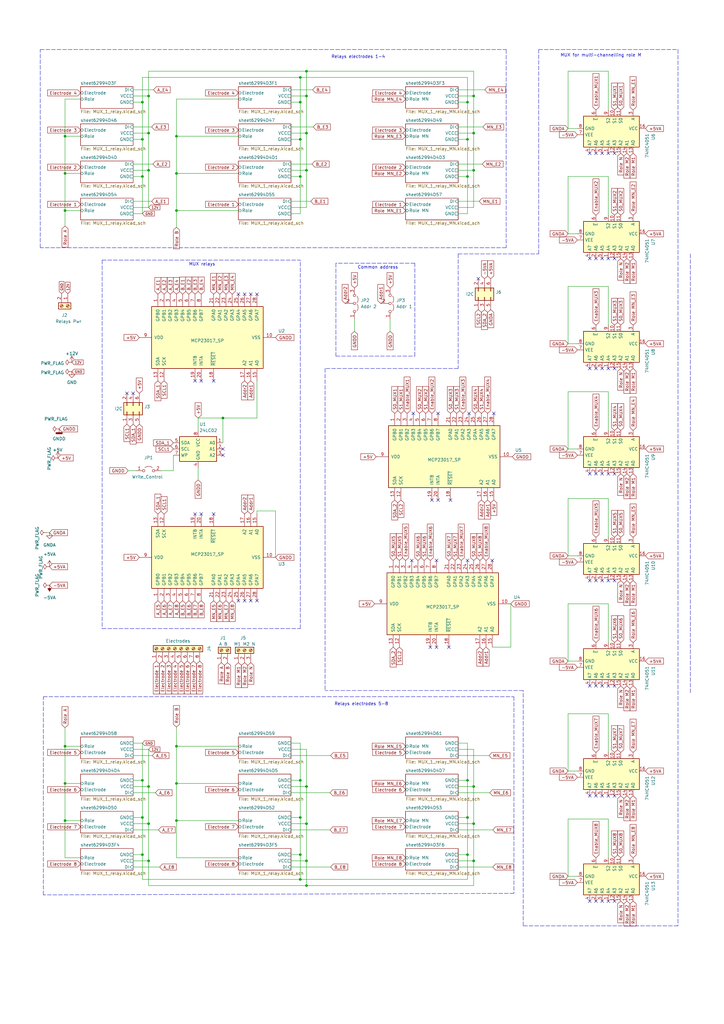
<source format=kicad_sch>
(kicad_sch (version 20211123) (generator eeschema)
  (paper "A3" portrait)
  (title_block (title "MUX board V3.00") (date "2022-10-05") (rev "01"))
  (junction (at 125.73 337.82))
  (junction (at 191.77 57.15))
  (junction (at 123.19 350.52))
  (junction (at 125.73 69.85))
  (junction (at 194.31 54.61))
  (junction (at 123.19 57.15))
  (junction (at 125.73 29.21))
  (junction (at 125.73 363.22))
  (junction (at 58.42 41.91))
  (junction (at 72.39 336.55))
  (junction (at 60.96 39.37))
  (junction (at 58.42 350.52))
  (junction (at 123.19 41.91))
  (junction (at 91.44 171.45))
  (junction (at 123.19 31.75))
  (junction (at 60.96 353.06))
  (junction (at 26.67 71.12))
  (junction (at 191.77 41.91))
  (junction (at 191.77 350.52))
  (junction (at 191.77 72.39))
  (junction (at 191.77 320.04))
  (junction (at 26.67 321.31))
  (junction (at 58.42 57.15))
  (junction (at 26.67 306.07))
  (junction (at 60.96 69.85))
  (junction (at 60.96 337.82))
  (junction (at 125.73 322.58))
  (junction (at 72.39 71.12))
  (junction (at 26.67 55.88))
  (junction (at 72.39 86.36))
  (junction (at 60.96 322.58))
  (junction (at 123.19 72.39))
  (junction (at 194.31 39.37))
  (junction (at 194.31 353.06))
  (junction (at 125.73 54.61))
  (junction (at 26.67 336.55))
  (junction (at 123.19 320.04))
  (junction (at 72.39 306.07))
  (junction (at 72.39 321.31))
  (junction (at 123.19 360.68))
  (junction (at 58.42 320.04))
  (junction (at 191.77 335.28))
  (junction (at 72.39 55.88))
  (junction (at 194.31 322.58))
  (junction (at 123.19 335.28))
  (junction (at 60.96 54.61))
  (junction (at 26.67 86.36))
  (junction (at 194.31 337.82))
  (junction (at 125.73 39.37))
  (junction (at 58.42 335.28))
  (junction (at 58.42 72.39))
  (junction (at 194.31 69.85))
  (junction (at 125.73 353.06))
  (no_connect (at 249.555 326.39))
  (no_connect (at 241.935 151.13))
  (no_connect (at 80.01 210.82))
  (no_connect (at 241.935 106.045))
  (no_connect (at 241.935 62.865))
  (no_connect (at 184.15 265.43))
  (no_connect (at 169.545 169.545))
  (no_connect (at 244.475 238.125))
  (no_connect (at 179.705 169.545))
  (no_connect (at 241.935 238.125))
  (no_connect (at 244.475 151.13))
  (no_connect (at 241.935 194.31))
  (no_connect (at 252.095 326.39))
  (no_connect (at 249.555 194.31))
  (no_connect (at 241.935 326.39))
  (no_connect (at 244.475 62.865))
  (no_connect (at 247.015 369.57))
  (no_connect (at 244.475 326.39))
  (no_connect (at 252.095 281.305))
  (no_connect (at 252.095 238.125))
  (no_connect (at 247.015 106.045))
  (no_connect (at 184.785 205.105))
  (no_connect (at 179.705 205.105))
  (no_connect (at 177.165 205.105))
  (no_connect (at 247.015 281.305))
  (no_connect (at 241.935 369.57))
  (no_connect (at 168.91 229.87))
  (no_connect (at 179.07 229.87))
  (no_connect (at 201.93 229.87))
  (no_connect (at 191.77 229.87))
  (no_connect (at 247.015 62.865))
  (no_connect (at 179.07 265.43))
  (no_connect (at 252.095 62.865))
  (no_connect (at 247.015 194.31))
  (no_connect (at 247.015 326.39))
  (no_connect (at 247.015 151.13))
  (no_connect (at 87.63 210.82))
  (no_connect (at 52.07 161.29))
  (no_connect (at 54.61 161.29))
  (no_connect (at 80.01 156.21))
  (no_connect (at 82.55 156.21))
  (no_connect (at 87.63 156.21))
  (no_connect (at 249.555 238.125))
  (no_connect (at 91.44 186.69))
  (no_connect (at 91.44 184.15))
  (no_connect (at 249.555 281.305))
  (no_connect (at 192.405 169.545))
  (no_connect (at 244.475 369.57))
  (no_connect (at 97.79 246.38))
  (no_connect (at 100.33 246.38))
  (no_connect (at 105.41 246.38))
  (no_connect (at 102.87 246.38))
  (no_connect (at 105.41 120.65))
  (no_connect (at 102.87 120.65))
  (no_connect (at 97.79 120.65))
  (no_connect (at 100.33 120.65))
  (no_connect (at 252.095 151.13))
  (no_connect (at 202.565 169.545))
  (no_connect (at 252.095 106.045))
  (no_connect (at 82.55 210.82))
  (no_connect (at 249.555 369.57))
  (no_connect (at 247.015 238.125))
  (no_connect (at 249.555 106.045))
  (no_connect (at 244.475 194.31))
  (no_connect (at 241.935 281.305))
  (no_connect (at 249.555 62.865))
  (no_connect (at 249.555 151.13))
  (no_connect (at 244.475 281.305))
  (no_connect (at 176.53 265.43))
  (no_connect (at 244.475 106.045))
  (no_connect (at 196.215 114.3))
  (no_connect (at 252.095 194.31))
  (no_connect (at 252.095 369.57))
  (wire (pts (xy 233.045 316.23) (xy 236.855 316.23)))
  (wire (pts (xy 145.415 130.81) (xy 145.415 135.89)))
  (wire (pts (xy 194.31 363.22) (xy 125.73 363.22)))
  (wire (pts (xy 54.61 52.07) (xy 62.23 52.07)))
  (wire (pts (xy 233.045 29.21) (xy 233.045 52.705)))
  (wire (pts (xy 194.31 322.58) (xy 194.31 307.34)))
  (wire (pts (xy 54.61 340.36) (xy 65.024 340.36)))
  (wire (pts (xy 123.19 320.04) (xy 123.19 304.8)))
  (wire (pts (xy 233.045 72.39) (xy 233.045 95.885)))
  (polyline (pts (xy 41.91 106.68) (xy 123.19 106.68)))
  (wire (pts (xy 135.636 309.88) (xy 119.38 309.88)))
  (wire (pts (xy 58.42 320.04) (xy 58.42 304.8)))
  (wire (pts (xy 72.39 336.55) (xy 97.79 336.55)))
  (wire (pts (xy 72.39 71.12) (xy 72.39 86.36)))
  (wire (pts (xy 125.73 363.22) (xy 60.96 363.22)))
  (wire (pts (xy 191.77 31.75) (xy 191.77 41.91)))
  (wire (pts (xy 249.555 308.61) (xy 249.555 292.735)))
  (wire (pts (xy 123.19 31.75) (xy 123.19 41.91)))
  (wire (pts (xy 119.38 325.12) (xy 135.382 325.12)))
  (polyline (pts (xy 123.19 257.81) (xy 123.19 106.68)))
  (wire (pts (xy 81.28 171.45) (xy 91.44 171.45)))
  (wire (pts (xy 113.03 209.55) (xy 113.03 228.6)))
  (wire (pts (xy 191.77 41.91) (xy 191.77 57.15)))
  (wire (pts (xy 233.045 117.475) (xy 233.045 140.97)))
  (wire (pts (xy 54.61 335.28) (xy 58.42 335.28)))
  (wire (pts (xy 105.41 209.55) (xy 113.03 209.55)))
  (wire (pts (xy 60.96 363.22) (xy 60.96 353.06)))
  (wire (pts (xy 187.96 335.28) (xy 191.77 335.28)))
  (wire (pts (xy 119.38 82.55) (xy 127.508 82.55)))
  (wire (pts (xy 72.39 351.79) (xy 97.79 351.79)))
  (wire (pts (xy 81.28 191.77) (xy 81.28 196.85)))
  (wire (pts (xy 125.73 363.22) (xy 125.73 353.06)))
  (polyline (pts (xy 278.13 20.32) (xy 278.13 379.73)))
  (wire (pts (xy 249.555 220.345) (xy 249.555 204.47)))
  (wire (pts (xy 58.42 360.68) (xy 123.19 360.68)))
  (wire (pts (xy 249.555 88.265) (xy 249.555 72.39)))
  (polyline (pts (xy 210.82 366.395) (xy 17.78 367.03)))
  (wire (pts (xy 119.38 353.06) (xy 125.73 353.06)))
  (polyline (pts (xy 214.63 379.73) (xy 214.63 283.21)))
  (wire (pts (xy 26.67 321.31) (xy 26.67 306.07)))
  (wire (pts (xy 200.914 325.12) (xy 187.96 325.12)))
  (wire (pts (xy 105.41 209.55) (xy 105.41 210.82)))
  (wire (pts (xy 187.96 320.04) (xy 191.77 320.04)))
  (wire (pts (xy 194.31 29.21) (xy 125.73 29.21)))
  (wire (pts (xy 202.184 340.36) (xy 187.96 340.36)))
  (wire (pts (xy 194.31 337.82) (xy 194.31 322.58)))
  (wire (pts (xy 72.39 55.88) (xy 97.79 55.88)))
  (wire (pts (xy 66.04 193.04) (xy 71.12 193.04)))
  (wire (pts (xy 26.67 55.88) (xy 33.02 55.88)))
  (wire (pts (xy 233.045 95.885) (xy 236.855 95.885)))
  (wire (pts (xy 125.73 54.61) (xy 125.73 69.85)))
  (wire (pts (xy 249.555 204.47) (xy 233.045 204.47)))
  (wire (pts (xy 58.42 57.15) (xy 58.42 72.39)))
  (polyline (pts (xy 220.98 104.14) (xy 220.98 20.32)))
  (wire (pts (xy 26.67 71.12) (xy 26.67 55.88)))
  (wire (pts (xy 119.38 350.52) (xy 123.19 350.52)))
  (wire (pts (xy 135.636 355.6) (xy 119.38 355.6)))
  (wire (pts (xy 233.045 292.735) (xy 233.045 316.23)))
  (wire (pts (xy 54.61 307.34) (xy 60.96 307.34)))
  (wire (pts (xy 233.045 52.705) (xy 236.855 52.705)))
  (wire (pts (xy 54.61 67.31) (xy 62.738 67.31)))
  (wire (pts (xy 233.045 227.965) (xy 236.855 227.965)))
  (wire (pts (xy 91.44 181.61) (xy 91.44 171.45)))
  (wire (pts (xy 249.555 263.525) (xy 249.555 247.65)))
  (wire (pts (xy 72.39 40.64) (xy 97.79 40.64)))
  (polyline (pts (xy 133.35 217.17) (xy 133.35 217.17)))
  (wire (pts (xy 125.73 69.85) (xy 125.73 85.09)))
  (wire (pts (xy 191.77 57.15) (xy 191.77 72.39)))
  (polyline (pts (xy 137.795 107.95) (xy 137.795 146.05)))
  (wire (pts (xy 58.42 335.28) (xy 58.42 320.04)))
  (wire (pts (xy 72.39 351.79) (xy 72.39 336.55)))
  (wire (pts (xy 26.67 86.36) (xy 26.67 92.71)))
  (wire (pts (xy 201.93 265.43) (xy 209.55 265.43)))
  (wire (pts (xy 119.38 39.37) (xy 125.73 39.37)))
  (wire (pts (xy 119.38 54.61) (xy 125.73 54.61)))
  (wire (pts (xy 26.67 298.45) (xy 26.67 306.07)))
  (polyline (pts (xy 283.21 104.14) (xy 283.21 284.48)))
  (wire (pts (xy 249.555 247.65) (xy 233.045 247.65)))
  (wire (pts (xy 72.39 321.31) (xy 97.79 321.31)))
  (wire (pts (xy 72.39 71.12) (xy 97.79 71.12)))
  (wire (pts (xy 187.96 350.52) (xy 191.77 350.52)))
  (wire (pts (xy 54.61 353.06) (xy 60.96 353.06)))
  (wire (pts (xy 187.96 307.34) (xy 194.31 307.34)))
  (wire (pts (xy 233.045 335.915) (xy 233.045 359.41)))
  (wire (pts (xy 187.96 54.61) (xy 194.31 54.61)))
  (wire (pts (xy 160.02 130.81) (xy 160.02 135.89)))
  (wire (pts (xy 54.61 320.04) (xy 58.42 320.04)))
  (wire (pts (xy 194.31 69.85) (xy 194.31 85.09)))
  (wire (pts (xy 187.96 85.09) (xy 194.31 85.09)))
  (wire (pts (xy 187.96 353.06) (xy 194.31 353.06)))
  (wire (pts (xy 54.61 325.12) (xy 63.754 325.12)))
  (wire (pts (xy 119.38 337.82) (xy 125.73 337.82)))
  (wire (pts (xy 123.19 360.68) (xy 191.77 360.68)))
  (wire (pts (xy 187.96 41.91) (xy 191.77 41.91)))
  (wire (pts (xy 187.96 52.07) (xy 198.12 52.07)))
  (wire (pts (xy 58.42 41.91) (xy 58.42 57.15)))
  (wire (pts (xy 54.61 322.58) (xy 60.96 322.58)))
  (wire (pts (xy 123.19 57.15) (xy 123.19 72.39)))
  (wire (pts (xy 119.38 322.58) (xy 125.73 322.58)))
  (wire (pts (xy 72.39 86.36) (xy 97.79 86.36)))
  (wire (pts (xy 81.28 171.45) (xy 81.28 176.53)))
  (polyline (pts (xy 133.35 151.13) (xy 133.35 217.17)))
  (wire (pts (xy 60.96 39.37) (xy 60.96 54.61)))
  (wire (pts (xy 194.31 363.22) (xy 194.31 353.06)))
  (wire (pts (xy 58.42 350.52) (xy 58.42 335.28)))
  (wire (pts (xy 200.66 309.88) (xy 187.96 309.88)))
  (wire (pts (xy 125.73 29.21) (xy 60.96 29.21)))
  (wire (pts (xy 191.77 350.52) (xy 191.77 335.28)))
  (wire (pts (xy 249.555 335.915) (xy 233.045 335.915)))
  (polyline (pts (xy 16.51 20.32) (xy 207.645 20.32)))
  (wire (pts (xy 119.38 87.63) (xy 123.19 87.63)))
  (wire (pts (xy 119.38 335.28) (xy 123.19 335.28)))
  (wire (pts (xy 233.045 247.65) (xy 233.045 271.145)))
  (wire (pts (xy 119.38 52.07) (xy 128.524 52.07)))
  (wire (pts (xy 54.61 69.85) (xy 60.96 69.85)))
  (wire (pts (xy 19.05 218.44) (xy 20.32 218.44)))
  (wire (pts (xy 187.96 57.15) (xy 191.77 57.15)))
  (wire (pts (xy 123.19 360.68) (xy 123.19 350.52)))
  (wire (pts (xy 194.31 29.21) (xy 194.31 39.37)))
  (wire (pts (xy 72.39 321.31) (xy 72.39 306.07)))
  (wire (pts (xy 233.045 271.145) (xy 236.855 271.145)))
  (wire (pts (xy 60.96 353.06) (xy 60.96 337.82)))
  (wire (pts (xy 119.38 320.04) (xy 123.19 320.04)))
  (wire (pts (xy 54.61 82.55) (xy 62.23 82.55)))
  (wire (pts (xy 26.67 86.36) (xy 33.02 86.36)))
  (polyline (pts (xy 170.18 146.05) (xy 170.18 107.95)))
  (wire (pts (xy 119.38 85.09) (xy 125.73 85.09)))
  (wire (pts (xy 72.39 336.55) (xy 72.39 321.31)))
  (wire (pts (xy 249.555 45.085) (xy 249.555 29.21)))
  (wire (pts (xy 123.19 31.75) (xy 191.77 31.75)))
  (wire (pts (xy 119.38 36.83) (xy 128.27 36.83)))
  (wire (pts (xy 72.39 86.36) (xy 72.39 93.218)))
  (wire (pts (xy 209.55 265.43) (xy 209.55 247.65)))
  (wire (pts (xy 233.045 140.97) (xy 236.855 140.97)))
  (wire (pts (xy 125.73 337.82) (xy 125.73 322.58)))
  (wire (pts (xy 52.578 193.04) (xy 55.88 193.04)))
  (wire (pts (xy 187.96 322.58) (xy 194.31 322.58)))
  (wire (pts (xy 72.39 298.196) (xy 72.39 306.07)))
  (wire (pts (xy 119.38 69.85) (xy 125.73 69.85)))
  (wire (pts (xy 26.67 306.07) (xy 33.02 306.07)))
  (wire (pts (xy 54.61 87.63) (xy 58.42 87.63)))
  (wire (pts (xy 191.77 335.28) (xy 191.77 320.04)))
  (wire (pts (xy 119.38 67.31) (xy 128.016 67.31)))
  (wire (pts (xy 54.61 337.82) (xy 60.96 337.82)))
  (wire (pts (xy 26.67 351.79) (xy 33.02 351.79)))
  (wire (pts (xy 187.96 304.8) (xy 191.77 304.8)))
  (wire (pts (xy 233.045 184.15) (xy 236.855 184.15)))
  (wire (pts (xy 187.96 72.39) (xy 191.77 72.39)))
  (wire (pts (xy 119.38 41.91) (xy 123.19 41.91)))
  (wire (pts (xy 233.045 359.41) (xy 236.855 359.41)))
  (wire (pts (xy 125.73 39.37) (xy 125.73 54.61)))
  (wire (pts (xy 125.73 322.58) (xy 125.73 307.34)))
  (wire (pts (xy 26.67 71.12) (xy 33.02 71.12)))
  (wire (pts (xy 26.67 40.64) (xy 33.02 40.64)))
  (wire (pts (xy 194.31 54.61) (xy 194.31 69.85)))
  (wire (pts (xy 187.96 337.82) (xy 194.31 337.82)))
  (wire (pts (xy 249.555 29.21) (xy 233.045 29.21)))
  (wire (pts (xy 123.19 72.39) (xy 123.19 87.63)))
  (wire (pts (xy 54.61 85.09) (xy 60.96 85.09)))
  (wire (pts (xy 58.42 41.91) (xy 58.42 31.75)))
  (wire (pts (xy 54.61 41.91) (xy 58.42 41.91)))
  (wire (pts (xy 54.61 355.6) (xy 65.532 355.6)))
  (wire (pts (xy 71.12 193.04) (xy 71.12 186.69)))
  (wire (pts (xy 202.184 355.6) (xy 187.96 355.6)))
  (wire (pts (xy 249.555 351.79) (xy 249.555 335.915)))
  (polyline (pts (xy 214.63 283.21) (xy 133.35 283.21)))
  (wire (pts (xy 233.045 204.47) (xy 233.045 227.965)))
  (wire (pts (xy 60.96 337.82) (xy 60.96 322.58)))
  (wire (pts (xy 123.19 350.52) (xy 123.19 335.28)))
  (polyline (pts (xy 41.91 257.81) (xy 123.19 257.81)))
  (wire (pts (xy 249.555 72.39) (xy 233.045 72.39)))
  (wire (pts (xy 54.61 72.39) (xy 58.42 72.39)))
  (wire (pts (xy 233.045 160.655) (xy 233.045 184.15)))
  (polyline (pts (xy 207.645 20.32) (xy 207.645 101.6)))
  (polyline (pts (xy 137.795 146.05) (xy 170.18 146.05)))
  (wire (pts (xy 125.73 353.06) (xy 125.73 337.82)))
  (wire (pts (xy 60.96 322.58) (xy 60.96 307.34)))
  (wire (pts (xy 123.19 41.91) (xy 123.19 57.15)))
  (wire (pts (xy 249.555 160.655) (xy 233.045 160.655)))
  (wire (pts (xy 26.67 321.31) (xy 26.67 336.55)))
  (wire (pts (xy 191.77 72.39) (xy 191.77 87.63)))
  (polyline (pts (xy 207.645 101.6) (xy 16.51 101.6)))
  (wire (pts (xy 58.42 72.39) (xy 58.42 87.63)))
  (wire (pts (xy 249.555 117.475) (xy 233.045 117.475)))
  (wire (pts (xy 26.67 321.31) (xy 33.02 321.31)))
  (wire (pts (xy 119.38 72.39) (xy 123.19 72.39)))
  (wire (pts (xy 187.96 69.85) (xy 194.31 69.85)))
  (wire (pts (xy 91.44 171.45) (xy 105.41 171.45)))
  (wire (pts (xy 187.96 67.31) (xy 197.866 67.31)))
  (wire (pts (xy 187.96 39.37) (xy 194.31 39.37)))
  (wire (pts (xy 72.39 40.64) (xy 72.39 55.88)))
  (wire (pts (xy 135.382 340.36) (xy 119.38 340.36)))
  (polyline (pts (xy 17.78 367.03) (xy 17.78 285.75)))
  (wire (pts (xy 58.42 31.75) (xy 123.19 31.75)))
  (wire (pts (xy 72.39 55.88) (xy 72.39 71.12)))
  (wire (pts (xy 187.96 82.55) (xy 196.596 82.55)))
  (wire (pts (xy 54.61 54.61) (xy 60.96 54.61)))
  (wire (pts (xy 26.67 71.12) (xy 26.67 86.36)))
  (wire (pts (xy 54.61 309.88) (xy 62.484 309.88)))
  (wire (pts (xy 60.96 54.61) (xy 60.96 69.85)))
  (wire (pts (xy 26.67 55.88) (xy 26.67 40.64)))
  (wire (pts (xy 187.96 36.83) (xy 198.882 36.83)))
  (polyline (pts (xy 187.96 104.14) (xy 187.96 151.13)))
  (wire (pts (xy 54.61 36.83) (xy 62.992 36.83)))
  (polyline (pts (xy 210.82 285.75) (xy 210.82 366.395)))
  (wire (pts (xy 72.39 306.07) (xy 97.79 306.07)))
  (wire (pts (xy 119.38 304.8) (xy 123.19 304.8)))
  (wire (pts (xy 119.38 57.15) (xy 123.19 57.15)))
  (wire (pts (xy 249.555 133.35) (xy 249.555 117.475)))
  (polyline (pts (xy 17.78 285.75) (xy 210.82 285.75)))
  (wire (pts (xy 58.42 350.52) (xy 58.42 360.68)))
  (wire (pts (xy 194.31 353.06) (xy 194.31 337.82)))
  (wire (pts (xy 54.61 57.15) (xy 58.42 57.15)))
  (polyline (pts (xy 220.98 20.32) (xy 278.13 20.32)))
  (wire (pts (xy 191.77 320.04) (xy 191.77 304.8)))
  (wire (pts (xy 60.96 69.85) (xy 60.96 85.09)))
  (polyline (pts (xy 133.35 217.17) (xy 133.35 283.21)))
  (wire (pts (xy 187.96 87.63) (xy 191.77 87.63)))
  (wire (pts (xy 191.77 360.68) (xy 191.77 350.52)))
  (polyline (pts (xy 170.18 107.95) (xy 137.795 107.95)))
  (wire (pts (xy 119.38 307.34) (xy 125.73 307.34)))
  (polyline (pts (xy 41.91 106.68) (xy 41.91 257.81)))
  (wire (pts (xy 249.555 292.735) (xy 233.045 292.735)))
  (polyline (pts (xy 187.96 104.14) (xy 220.98 104.14)))
  (wire (pts (xy 194.31 39.37) (xy 194.31 54.61)))
  (wire (pts (xy 123.19 335.28) (xy 123.19 320.04)))
  (wire (pts (xy 54.61 39.37) (xy 60.96 39.37)))
  (polyline (pts (xy 187.96 151.13) (xy 133.35 151.13)))
  (wire (pts (xy 105.41 156.21) (xy 105.41 171.45)))
  (polyline (pts (xy 16.51 101.6) (xy 16.51 20.32)))
  (wire (pts (xy 60.96 29.21) (xy 60.96 39.37)))
  (wire (pts (xy 249.555 176.53) (xy 249.555 160.655)))
  (polyline (pts (xy 278.13 379.73) (xy 214.63 379.73)))
  (wire (pts (xy 54.61 350.52) (xy 58.42 350.52)))
  (wire (pts (xy 26.67 336.55) (xy 33.02 336.55)))
  (wire (pts (xy 26.67 336.55) (xy 26.67 351.79)))
  (wire (pts (xy 54.61 304.8) (xy 58.42 304.8)))
  (wire (pts (xy 125.73 29.21) (xy 125.73 39.37)))
  (text "Common address" (at 146.685 110.49 0) (effects (font (size 1.27 1.27)) (justify left bottom)))
  (text "MUX for multi-channelling role M" (at 229.87 23.495 0) (effects (font (size 1.27 1.27)) (justify left bottom)))
  (text "Relays electrodes 5-8" (at 137.16 289.56 0) (effects (font (size 1.27 1.27)) (justify left bottom)))
  (text "MUX relays" (at 77.47 109.22 0) (effects (font (size 1.27 1.27)) (justify left bottom)))
  (text "Relays electrodes 1-4" (at 135.89 24.13 0) (effects (font (size 1.27 1.27)) (justify left bottom)))
  (global_label "B_E1" (shape input) (at 127.508 82.55 0) (property "Intersheet References" "${INTERSHEET_REFS}" (effects hide)))
  (global_label "+5V" (shape input) (at 23.749 187.833 0) (property "Intersheet References" "${INTERSHEET_REFS}" (effects hide)))
  (global_label "Role N" (shape input) (at 254.635 369.57 270) (property "Intersheet References" "${INTERSHEET_REFS}" (effects hide)))
  (global_label "Enable_MUX6" (shape input) (at 244.475 263.525 90) (property "Intersheet References" "${INTERSHEET_REFS}" (effects hide)))
  (global_label "A_E4" (shape input) (at 72.39 120.65 90) (property "Intersheet References" "${INTERSHEET_REFS}" (effects hide)))
  (global_label "S0_MUX8" (shape input) (at 254.635 351.79 90) (property "Intersheet References" "${INTERSHEET_REFS}" (effects hide)))
  (global_label "Role MN_E8" (shape input) (at 166.37 351.79 180) (property "Intersheet References" "${INTERSHEET_REFS}" (effects hide)))
  (global_label "Role N" (shape input) (at 254.635 62.865 270) (property "Intersheet References" "${INTERSHEET_REFS}" (effects hide)))
  (global_label "Role M2" (shape input) (at 257.175 326.39 270) (property "Intersheet References" "${INTERSHEET_REFS}" (effects hide)))
  (global_label "Electrode 4" (shape input) (at 97.79 38.1 180) (property "Intersheet References" "${INTERSHEET_REFS}" (effects hide)))
  (global_label "S0_MUX4" (shape input) (at 194.945 169.545 90) (property "Intersheet References" "${INTERSHEET_REFS}" (effects hide)))
  (global_label "Enable_MUX1" (shape input) (at 167.005 169.545 90) (property "Intersheet References" "${INTERSHEET_REFS}" (effects hide)))
  (global_label "Electrode 5" (shape input) (at 74.295 271.145 270) (property "Intersheet References" "${INTERSHEET_REFS}" (effects hide)))
  (global_label "Role M2" (shape input) (at 100.33 271.78 270) (property "Intersheet References" "${INTERSHEET_REFS}" (effects hide)))
  (global_label "Role MN_E3" (shape input) (at 166.37 55.88 180) (property "Intersheet References" "${INTERSHEET_REFS}" (effects hide)))
  (global_label "S1_MUX4" (shape input) (at 252.095 176.53 90) (property "Intersheet References" "${INTERSHEET_REFS}" (effects hide)))
  (global_label "GNDA" (shape input) (at 233.045 140.97 180) (property "Intersheet References" "${INTERSHEET_REFS}" (effects hide)))
  (global_label "-5VA" (shape input) (at 236.855 143.51 180) (property "Intersheet References" "${INTERSHEET_REFS}" (effects hide)))
  (global_label "MN_E2" (shape input) (at 197.866 67.31 0) (property "Intersheet References" "${INTERSHEET_REFS}" (effects hide)))
  (global_label "GNDD" (shape input) (at 24.257 175.895 0) (property "Intersheet References" "${INTERSHEET_REFS}" (effects hide)))
  (global_label "-5VA" (shape input) (at 236.855 230.505 180) (property "Intersheet References" "${INTERSHEET_REFS}" (effects hide)))
  (global_label "Role MN_E8" (shape input) (at 259.715 351.79 90) (property "Intersheet References" "${INTERSHEET_REFS}" (effects hide)))
  (global_label "Role M1" (shape input) (at 259.715 151.13 270) (property "Intersheet References" "${INTERSHEET_REFS}" (effects hide)))
  (global_label "Role MN_E3" (shape input) (at 259.715 133.35 90) (property "Intersheet References" "${INTERSHEET_REFS}" (effects hide)))
  (global_label "Role M2" (shape input) (at 257.175 238.125 270) (property "Intersheet References" "${INTERSHEET_REFS}" (effects hide)))
  (global_label "Role B" (shape input) (at 72.39 298.196 90) (property "Intersheet References" "${INTERSHEET_REFS}" (effects hide)))
  (global_label "Electrode 4" (shape input) (at 71.755 271.145 270) (property "Intersheet References" "${INTERSHEET_REFS}" (effects hide)))
  (global_label "B_E7" (shape input) (at 135.382 340.36 0) (property "Intersheet References" "${INTERSHEET_REFS}" (effects hide)))
  (global_label "Enable_MUX8" (shape input) (at 199.39 229.87 90) (property "Intersheet References" "${INTERSHEET_REFS}" (effects hide)))
  (global_label "S0_MUX6" (shape input) (at 171.45 229.87 90) (property "Intersheet References" "${INTERSHEET_REFS}" (effects hide)))
  (global_label "Electrode 1" (shape input) (at 64.135 271.145 270) (property "Intersheet References" "${INTERSHEET_REFS}" (effects hide)))
  (global_label "Enable_MUX3" (shape input) (at 244.475 133.35 90) (property "Intersheet References" "${INTERSHEET_REFS}" (effects hide)))
  (global_label "Role M2" (shape input) (at 257.175 281.305 270) (property "Intersheet References" "${INTERSHEET_REFS}" (effects hide)))
  (global_label "Role M1" (shape input) (at 259.715 62.865 270) (property "Intersheet References" "${INTERSHEET_REFS}" (effects hide)))
  (global_label "S0_MUX4" (shape input) (at 254.635 176.53 90) (property "Intersheet References" "${INTERSHEET_REFS}" (effects hide)))
  (global_label "Electrode 3" (shape input) (at 97.79 53.34 180) (property "Intersheet References" "${INTERSHEET_REFS}" (effects hide)))
  (global_label "MN_E1" (shape input) (at 196.596 82.55 0) (property "Intersheet References" "${INTERSHEET_REFS}" (effects hide)))
  (global_label "+5VA" (shape input) (at 201.295 114.3 90) (property "Intersheet References" "${INTERSHEET_REFS}" (effects hide)))
  (global_label "S1_MUX3" (shape input) (at 252.095 133.35 90) (property "Intersheet References" "${INTERSHEET_REFS}" (effects hide)))
  (global_label "Role MN_E5" (shape input) (at 259.715 220.345 90) (property "Intersheet References" "${INTERSHEET_REFS}" (effects hide)))
  (global_label "MN_E3" (shape input) (at 92.71 120.65 90) (property "Intersheet References" "${INTERSHEET_REFS}" (effects hide)))
  (global_label "Role B" (shape input) (at 93.345 271.78 270) (property "Intersheet References" "${INTERSHEET_REFS}" (effects hide)))
  (global_label "Role MN_E4" (shape input) (at 166.37 40.64 180) (property "Intersheet References" "${INTERSHEET_REFS}" (effects hide)))
  (global_label "S0_MUX6" (shape input) (at 254.635 263.525 90) (property "Intersheet References" "${INTERSHEET_REFS}" (effects hide)))
  (global_label "Electrode 3" (shape input) (at 33.02 53.34 180) (property "Intersheet References" "${INTERSHEET_REFS}" (effects hide)))
  (global_label "A_E7" (shape input) (at 69.85 246.38 270) (property "Intersheet References" "${INTERSHEET_REFS}" (effects hide)))
  (global_label "Electrode 2" (shape input) (at 166.37 68.58 180) (property "Intersheet References" "${INTERSHEET_REFS}" (effects hide)))
  (global_label "+5V" (shape input) (at 57.15 228.6 180) (property "Intersheet References" "${INTERSHEET_REFS}" (effects hide)))
  (global_label "SCL2" (shape input) (at 196.215 127 270) (property "Intersheet References" "${INTERSHEET_REFS}" (effects hide)))
  (global_label "S0_MUX3" (shape input) (at 254.635 133.35 90) (property "Intersheet References" "${INTERSHEET_REFS}" (effects hide)))
  (global_label "GNDD" (shape input) (at 209.55 247.65 0) (property "Intersheet References" "${INTERSHEET_REFS}" (effects hide)))
  (global_label "Electrode 5" (shape input) (at 33.02 308.61 180) (property "Intersheet References" "${INTERSHEET_REFS}" (effects hide)))
  (global_label "Electrode 8" (shape input) (at 166.37 354.33 180) (property "Intersheet References" "${INTERSHEET_REFS}" (effects hide)))
  (global_label "B_E7" (shape input) (at 80.01 246.38 270) (property "Intersheet References" "${INTERSHEET_REFS}" (effects hide)))
  (global_label "+5V" (shape input) (at 57.15 138.43 180) (property "Intersheet References" "${INTERSHEET_REFS}" (effects hide)))
  (global_label "Role MN_E5" (shape input) (at 166.37 306.07 180) (property "Intersheet References" "${INTERSHEET_REFS}" (effects hide)))
  (global_label "S1_MUX2" (shape input) (at 174.625 169.545 90) (property "Intersheet References" "${INTERSHEET_REFS}" (effects hide)))
  (global_label "S0_MUX8" (shape input) (at 194.31 229.87 90) (property "Intersheet References" "${INTERSHEET_REFS}" (effects hide)))
  (global_label "Enable_MUX5" (shape input) (at 166.37 229.87 90) (property "Intersheet References" "${INTERSHEET_REFS}" (effects hide)))
  (global_label "Role N" (shape input) (at 254.635 106.045 270) (property "Intersheet References" "${INTERSHEET_REFS}" (effects hide)))
  (global_label "GNDA" (shape input) (at 233.045 227.965 180) (property "Intersheet References" "${INTERSHEET_REFS}" (effects hide)))
  (global_label "MN_E6" (shape input) (at 90.17 246.38 270) (property "Intersheet References" "${INTERSHEET_REFS}" (effects hide)))
  (global_label "Electrode 2" (shape input) (at 97.79 68.58 180) (property "Intersheet References" "${INTERSHEET_REFS}" (effects hide)))
  (global_label "B_E8" (shape input) (at 135.636 355.6 0) (property "Intersheet References" "${INTERSHEET_REFS}" (effects hide)))
  (global_label "Addr1" (shape input) (at 102.87 156.21 270) (property "Intersheet References" "${INTERSHEET_REFS}" (effects hide)))
  (global_label "Addr2" (shape input) (at 141.605 124.46 90) (property "Intersheet References" "${INTERSHEET_REFS}" (effects hide)))
  (global_label "GNDD" (shape input) (at 57.15 173.99 270) (property "Intersheet References" "${INTERSHEET_REFS}" (effects hide)))
  (global_label "Role M2" (shape input) (at 257.175 369.57 270) (property "Intersheet References" "${INTERSHEET_REFS}" (effects hide)))
  (global_label "S0_MUX7" (shape input) (at 184.15 229.87 90) (property "Intersheet References" "${INTERSHEET_REFS}" (effects hide)))
  (global_label "S1_MUX6" (shape input) (at 173.99 229.87 90) (property "Intersheet References" "${INTERSHEET_REFS}" (effects hide)))
  (global_label "+5VA" (shape input) (at 264.795 52.705 0) (property "Intersheet References" "${INTERSHEET_REFS}" (effects hide)))
  (global_label "SCL2" (shape input) (at 163.83 265.43 270) (property "Intersheet References" "${INTERSHEET_REFS}" (effects hide)))
  (global_label "MN_E7" (shape input) (at 92.71 246.38 270) (property "Intersheet References" "${INTERSHEET_REFS}" (effects hide)))
  (global_label "S1_MUX4" (shape input) (at 197.485 169.545 90) (property "Intersheet References" "${INTERSHEET_REFS}" (effects hide)))
  (global_label "S1_MUX1" (shape input) (at 164.465 169.545 90) (property "Intersheet References" "${INTERSHEET_REFS}" (effects hide)))
  (global_label "Addr2" (shape input) (at 196.85 265.43 270) (property "Intersheet References" "${INTERSHEET_REFS}" (effects hide)))
  (global_label "SCL1" (shape input) (at 52.07 173.99 270) (property "Intersheet References" "${INTERSHEET_REFS}" (effects hide)))
  (global_label "GNDD" (shape input) (at 113.03 138.43 0) (property "Intersheet References" "${INTERSHEET_REFS}" (effects hide)))
  (global_label "Addr1" (shape input) (at 156.21 124.46 90) (property "Intersheet References" "${INTERSHEET_REFS}" (effects hide)))
  (global_label "Role N" (shape input) (at 254.635 281.305 270) (property "Intersheet References" "${INTERSHEET_REFS}" (effects hide)))
  (global_label "Enable_MUX2" (shape input) (at 244.475 88.265 90) (property "Intersheet References" "${INTERSHEET_REFS}" (effects hide)))
  (global_label "GND" (shape input) (at 29.464 152.4 0) (effects (font (size 1 1))) (property "Intersheet References" "${INTERSHEET_REFS}" (effects hide)))
  (global_label "A_E3" (shape input) (at 69.85 120.65 90) (property "Intersheet References" "${INTERSHEET_REFS}" (effects hide)))
  (global_label "SDA_2" (shape input) (at 198.755 127 270) (property "Intersheet References" "${INTERSHEET_REFS}" (effects hide)))
  (global_label "Role A" (shape input) (at 26.67 92.71 270) (property "Intersheet References" "${INTERSHEET_REFS}" (effects hide)))
  (global_label "S1_MUX8" (shape input) (at 252.095 351.79 90) (property "Intersheet References" "${INTERSHEET_REFS}" (effects hide)))
  (global_label "A_E1" (shape input) (at 64.77 120.65 90) (property "Intersheet References" "${INTERSHEET_REFS}" (effects hide)))
  (global_label "+5V" (shape input) (at 145.415 118.11 90) (property "Intersheet References" "${INTERSHEET_REFS}" (effects hide)))
  (global_label "A_E6" (shape input) (at 67.31 246.38 270) (property "Intersheet References" "${INTERSHEET_REFS}" (effects hide)))
  (global_label "+5V" (shape input) (at 81.28 171.45 90) (property "Intersheet References" "${INTERSHEET_REFS}" (effects hide)))
  (global_label "Enable_MUX7" (shape input) (at 189.23 229.87 90) (property "Intersheet References" "${INTERSHEET_REFS}" (effects hide)))
  (global_label "S1_MUX3" (shape input) (at 187.325 169.545 90) (property "Intersheet References" "${INTERSHEET_REFS}" (effects hide)))
  (global_label "SDA_2" (shape input) (at 161.925 205.105 270) (property "Intersheet References" "${INTERSHEET_REFS}" (effects hide)))
  (global_label "Electrode 7" (shape input) (at 79.375 271.145 270) (property "Intersheet References" "${INTERSHEET_REFS}" (effects hide)))
  (global_label "Addr1" (shape input) (at 199.39 265.43 270) (property "Intersheet References" "${INTERSHEET_REFS}" (effects hide)))
  (global_label "GNDA" (shape input) (at 233.045 52.705 180) (property "Intersheet References" "${INTERSHEET_REFS}" (effects hide)))
  (global_label "-5VA" (shape input) (at 236.855 186.69 180) (property "Intersheet References" "${INTERSHEET_REFS}" (effects hide)))
  (global_label "-5VA" (shape input) (at 236.855 361.95 180) (property "Intersheet References" "${INTERSHEET_REFS}" (effects hide)))
  (global_label "-5VA" (shape input) (at 20.32 240.03 0) (property "Intersheet References" "${INTERSHEET_REFS}" (effects hide)))
  (global_label "MN_E5" (shape input) (at 200.66 309.88 0) (property "Intersheet References" "${INTERSHEET_REFS}" (effects hide)))
  (global_label "+5VA" (shape input) (at 264.795 140.97 0) (property "Intersheet References" "${INTERSHEET_REFS}" (effects hide)))
  (global_label "GNDD" (shape input) (at 52.578 193.04 180) (property "Intersheet References" "${INTERSHEET_REFS}" (effects hide)))
  (global_label "Role B" (shape input) (at 72.39 93.218 270) (property "Intersheet References" "${INTERSHEET_REFS}" (effects hide)))
  (global_label "MN_E3" (shape input) (at 198.12 52.07 0) (property "Intersheet References" "${INTERSHEET_REFS}" (effects hide)))
  (global_label "Addr1" (shape input) (at 200.025 205.105 270) (property "Intersheet References" "${INTERSHEET_REFS}" (effects hide)))
  (global_label "GNDA" (shape input) (at 20.32 218.44 0) (property "Intersheet References" "${INTERSHEET_REFS}" (effects hide)))
  (global_label "Electrode 5" (shape input) (at 166.37 308.61 180) (property "Intersheet References" "${INTERSHEET_REFS}" (effects hide)))
  (global_label "B_E2" (shape input) (at 128.016 67.31 0) (property "Intersheet References" "${INTERSHEET_REFS}" (effects hide)))
  (global_label "B_E5" (shape input) (at 74.93 246.38 270) (property "Intersheet References" "${INTERSHEET_REFS}" (effects hide)))
  (global_label "GNDA" (shape input) (at 233.045 95.885 180) (property "Intersheet References" "${INTERSHEET_REFS}" (effects hide)))
  (global_label "Role MN_E1" (shape input) (at 259.715 45.085 90) (property "Intersheet References" "${INTERSHEET_REFS}" (effects hide)))
  (global_label "12V" (shape input) (at 60.96 85.09 0) (effects (font (size 1 1))) (property "Intersheet References" "${INTERSHEET_REFS}" (effects hide)))
  (global_label "GNDD" (shape input) (at 81.28 196.85 270) (property "Intersheet References" "${INTERSHEET_REFS}" (effects hide)))
  (global_label "MN_E8" (shape input) (at 95.25 246.38 270) (property "Intersheet References" "${INTERSHEET_REFS}" (effects hide)))
  (global_label "B_E4" (shape input) (at 128.27 36.83 0) (property "Intersheet References" "${INTERSHEET_REFS}" (effects hide)))
  (global_label "MN_E1" (shape input) (at 87.63 120.65 90) (property "Intersheet References" "${INTERSHEET_REFS}" (effects hide)))
  (global_label "Enable_MUX3" (shape input) (at 189.865 169.545 90) (property "Intersheet References" "${INTERSHEET_REFS}" (effects hide)))
  (global_label "MN_E4" (shape input) (at 198.882 36.83 0) (property "Intersheet References" "${INTERSHEET_REFS}" (effects hide)))
  (global_label "B_E2" (shape input) (at 77.47 120.65 90) (property "Intersheet References" "${INTERSHEET_REFS}" (effects hide)))
  (global_label "Role MN_E7" (shape input) (at 166.37 336.55 180) (property "Intersheet References" "${INTERSHEET_REFS}" (effects hide)))
  (global_label "Electrode 2" (shape input) (at 33.02 68.58 180) (property "Intersheet References" "${INTERSHEET_REFS}" (effects hide)))
  (global_label "Role M2" (shape input) (at 257.175 106.045 270) (property "Intersheet References" "${INTERSHEET_REFS}" (effects hide)))
  (global_label "B_E6" (shape input) (at 77.47 246.38 270) (property "Intersheet References" "${INTERSHEET_REFS}" (effects hide)))
  (global_label "Role MN_E7" (shape input) (at 259.715 308.61 90) (property "Intersheet References" "${INTERSHEET_REFS}" (effects hide)))
  (global_label "+5VA" (shape input) (at 264.795 359.41 0) (property "Intersheet References" "${INTERSHEET_REFS}" (effects hide)))
  (global_label "SDA_1" (shape input) (at 54.61 173.99 270) (property "Intersheet References" "${INTERSHEET_REFS}" (effects hide)))
  (global_label "+5VA" (shape input) (at 20.32 232.41 0) (property "Intersheet References" "${INTERSHEET_REFS}" (effects hide)))
  (global_label "GNDA" (shape input) (at 233.045 316.23 180) (property "Intersheet References" "${INTERSHEET_REFS}" (effects hide)))
  (global_label "Role N" (shape input) (at 254.635 238.125 270) (property "Intersheet References" "${INTERSHEET_REFS}" (effects hide)))
  (global_label "S0_MUX1" (shape input) (at 254.635 45.085 90) (property "Intersheet References" "${INTERSHEET_REFS}" (effects hide)))
  (global_label "Role MN_E6" (shape input) (at 166.37 321.31 180) (property "Intersheet References" "${INTERSHEET_REFS}" (effects hide)))
  (global_label "S1_MUX5" (shape input) (at 163.83 229.87 90) (property "Intersheet References" "${INTERSHEET_REFS}" (effects hide)))
  (global_label "GNDA" (shape input) (at 233.045 271.145 180) (property "Intersheet References" "${INTERSHEET_REFS}" (effects hide)))
  (global_label "SCL1" (shape input) (at 67.31 156.21 270) (property "Intersheet References" "${INTERSHEET_REFS}" (effects hide)))
  (global_label "Role M2" (shape input) (at 257.175 151.13 270) (property "Intersheet References" "${INTERSHEET_REFS}" (effects hide)))
  (global_label "Addr1" (shape input) (at 102.87 210.82 90) (property "Intersheet References" "${INTERSHEET_REFS}" (effects hide)))
  (global_label "Electrode 8" (shape input) (at 81.915 271.145 270) (property "Intersheet References" "${INTERSHEET_REFS}" (effects hide)))
  (global_label "+5VA" (shape input) (at 264.795 95.885 0) (property "Intersheet References" "${INTERSHEET_REFS}" (effects hide)))
  (global_label "Electrode 7" (shape input) (at 166.37 339.09 180) (property "Intersheet References" "${INTERSHEET_REFS}" (effects hide)))
  (global_label "A_E7" (shape input) (at 65.024 340.36 0) (property "Intersheet References" "${INTERSHEET_REFS}" (effects hide)))
  (global_label "Electrode 4" (shape input) (at 33.02 38.1 180) (property "Intersheet References" "${INTERSHEET_REFS}" (effects hide)))
  (global_label "A_E2" (shape input) (at 62.738 67.31 0) (property "Intersheet References" "${INTERSHEET_REFS}" (effects hide)))
  (global_label "Electrode 8" (shape input) (at 33.02 354.33 180) (property "Intersheet References" "${INTERSHEET_REFS}" (effects hide)))
  (global_label "SCL1" (shape input) (at 71.12 184.15 180) (property "Intersheet References" "${INTERSHEET_REFS}" (effects hide)))
  (global_label "Role M1" (shape input) (at 259.715 326.39 270) (property "Intersheet References" "${INTERSHEET_REFS}" (effects hide)))
  (global_label "GND" (shape input) (at 58.42 87.63 0) (effects (font (size 1 1))) (property "Intersheet References" "${INTERSHEET_REFS}" (effects hide)))
  (global_label "A_E8" (shape input) (at 65.532 355.6 0) (property "Intersheet References" "${INTERSHEET_REFS}" (effects hide)))
  (global_label "Role M2" (shape input) (at 257.175 194.31 270) (property "Intersheet References" "${INTERSHEET_REFS}" (effects hide)))
  (global_label "-5VA" (shape input) (at 236.855 318.77 180) (property "Intersheet References" "${INTERSHEET_REFS}" (effects hide)))
  (global_label "Electrode 1" (shape input) (at 166.37 83.82 180) (property "Intersheet References" "${INTERSHEET_REFS}" (effects hide)))
  (global_label "B_E8" (shape input) (at 82.55 246.38 270) (property "Intersheet References" "${INTERSHEET_REFS}" (effects hide)))
  (global_label "S1_MUX5" (shape input) (at 252.095 220.345 90) (property "Intersheet References" "${INTERSHEET_REFS}" (effects hide)))
  (global_label "+5VA" (shape input) (at 264.795 227.965 0) (property "Intersheet References" "${INTERSHEET_REFS}" (effects hide)))
  (global_label "-5VA" (shape input) (at 236.855 98.425 180) (property "Intersheet References" "${INTERSHEET_REFS}" (effects hide)))
  (global_label "Role N" (shape input) (at 102.87 271.78 270) (property "Intersheet References" "${INTERSHEET_REFS}" (effects hide)))
  (global_label "A_E6" (shape input) (at 63.754 325.12 0) (property "Intersheet References" "${INTERSHEET_REFS}" (effects hide)))
  (global_label "Enable_MUX8" (shape input) (at 244.475 351.79 90) (property "Intersheet References" "${INTERSHEET_REFS}" (effects hide)))
  (global_label "Addr2" (shape input) (at 197.485 205.105 270) (property "Intersheet References" "${INTERSHEET_REFS}" (effects hide)))
  (global_label "S1_MUX2" (shape input) (at 252.095 88.265 90) (property "Intersheet References" "${INTERSHEET_REFS}" (effects hide)))
  (global_label "Electrode 4" (shape input) (at 166.37 38.1 180) (property "Intersheet References" "${INTERSHEET_REFS}" (effects hide)))
  (global_label "B_E1" (shape input) (at 74.93 120.65 90) (property "Intersheet References" "${INTERSHEET_REFS}" (effects hide)))
  (global_label "GNDD" (shape input) (at 160.02 135.89 270) (property "Intersheet References" "${INTERSHEET_REFS}" (effects hide)))
  (global_label "Role A" (shape input) (at 90.805 271.78 270) (property "Intersheet References" "${INTERSHEET_REFS}" (effects hide)))
  (global_label "B_E3" (shape input) (at 128.524 52.07 0) (property "Intersheet References" "${INTERSHEET_REFS}" (effects hide)))
  (global_label "Addr2" (shape input) (at 100.33 156.21 270) (property "Intersheet References" "${INTERSHEET_REFS}" (effects hide)))
  (global_label "Role MN_E2" (shape input) (at 259.715 88.265 90) (property "Intersheet References" "${INTERSHEET_REFS}" (effects hide)))
  (global_label "S0_MUX2" (shape input) (at 254.635 88.265 90) (property "Intersheet References" "${INTERSHEET_REFS}" (effects hide)))
  (global_label "B_E3" (shape input) (at 80.01 120.65 90) (property "Intersheet References" "${INTERSHEET_REFS}" (effects hide)))
  (global_label "SCL1" (shape input) (at 67.31 210.82 90) (property "Intersheet References" "${INTERSHEET_REFS}" (effects hide)))
  (global_label "Enable_MUX7" (shape input) (at 244.475 308.61 90) (property "Intersheet References" "${INTERSHEET_REFS}" (effects hide)))
  (global_label "+5VA" (shape input) (at 264.795 184.15 0) (property "Intersheet References" "${INTERSHEET_REFS}" (effects hide)))
  (global_label "Role A" (shape input) (at 26.67 298.45 90) (property "Intersheet References" "${INTERSHEET_REFS}" (effects hide)))
  (global_label "Role M1" (shape input) (at 97.79 271.78 270) (property "Intersheet References" "${INTERSHEET_REFS}" (effects hide)))
  (global_label "GNDD" (shape input) (at 210.185 187.325 0) (property "Intersheet References" "${INTERSHEET_REFS}" (effects hide)))
  (global_label "-5VA" (shape input) (at 198.755 114.3 90) (property "Intersheet References" "${INTERSHEET_REFS}" (effects hide)))
  (global_label "GNDA" (shape input) (at 233.045 184.15 180) (property "Intersheet References" "${INTERSHEET_REFS}" (effects hide)))
  (global_label "+5VA" (shape input) (at 264.795 271.145 0) (property "Intersheet References" "${INTERSHEET_REFS}" (effects hide)))
  (global_label "MN_E6" (shape input) (at 200.914 325.12 0) (property "Intersheet References" "${INTERSHEET_REFS}" (effects hide)))
  (global_label "Enable_MUX5" (shape input) (at 244.475 220.345 90) (property "Intersheet References" "${INTERSHEET_REFS}" (effects hide)))
  (global_label "S0_MUX2" (shape input) (at 172.085 169.545 90) (property "Intersheet References" "${INTERSHEET_REFS}" (effects hide)))
  (global_label "Electrode 6" (shape input) (at 97.79 323.85 180) (property "Intersheet References" "${INTERSHEET_REFS}" (effects hide)))
  (global_label "MN_E7" (shape input) (at 202.184 340.36 0) (property "Intersheet References" "${INTERSHEET_REFS}" (effects hide)))
  (global_label "Electrode 6" (shape input) (at 76.835 271.145 270) (property "Intersheet References" "${INTERSHEET_REFS}" (effects hide)))
  (global_label "Role M1" (shape input) (at 259.715 194.31 270) (property "Intersheet References" "${INTERSHEET_REFS}" (effects hide)))
  (global_label "GNDD" (shape input) (at 145.415 135.89 270) (property "Intersheet References" "${INTERSHEET_REFS}" (effects hide)))
  (global_label "Electrode 5" (shape input) (at 97.79 308.61 180) (property "Intersheet References" "${INTERSHEET_REFS}" (effects hide)))
  (global_label "A_E5" (shape input) (at 64.77 246.38 270) (property "Intersheet References" "${INTERSHEET_REFS}" (effects hide)))
  (global_label "MN_E8" (shape input) (at 202.184 355.6 0) (property "Intersheet References" "${INTERSHEET_REFS}" (effects hide)))
  (global_label "SDA_1" (shape input) (at 64.77 156.21 270) (property "Intersheet References" "${INTERSHEET_REFS}" (effects hide)))
  (global_label "Electrode 6" (shape input) (at 33.02 323.85 180) (property "Intersheet References" "${INTERSHEET_REFS}" (effects hide)))
  (global_label "Electrode 3" (shape input) (at 69.215 271.145 270) (property "Intersheet References" "${INTERSHEET_REFS}" (effects hide)))
  (global_label "GNDA" (shape input) (at 233.045 359.41 180) (property "Intersheet References" "${INTERSHEET_REFS}" (effects hide)))
  (global_label "+5VA" (shape input) (at 264.795 316.23 0) (property "Intersheet References" "${INTERSHEET_REFS}" (effects hide)))
  (global_label "S1_MUX7" (shape input) (at 252.095 308.61 90) (property "Intersheet References" "${INTERSHEET_REFS}" (effects hide)))
  (global_label "Role M1" (shape input) (at 259.715 281.305 270) (property "Intersheet References" "${INTERSHEET_REFS}" (effects hide)))
  (global_label "Role M1" (shape input) (at 259.715 106.045 270) (property "Intersheet References" "${INTERSHEET_REFS}" (effects hide)))
  (global_label "A_E1" (shape input) (at 62.23 82.55 0) (property "Intersheet References" "${INTERSHEET_REFS}" (effects hide)))
  (global_label "MN_E2" (shape input) (at 90.17 120.65 90) (property "Intersheet References" "${INTERSHEET_REFS}" (effects hide)))
  (global_label "12V" (shape input) (at 27.813 120.396 90) (effects (font (size 1 1))) (property "Intersheet References" "${INTERSHEET_REFS}" (effects hide)))
  (global_label "Electrode 2" (shape input) (at 66.675 271.145 270) (property "Intersheet References" "${INTERSHEET_REFS}" (effects hide)))
  (global_label "B_E4" (shape input) (at 82.55 120.65 90) (property "Intersheet References" "${INTERSHEET_REFS}" (effects hide)))
  (global_label "SDA_2" (shape input) (at 161.29 265.43 270) (property "Intersheet References" "${INTERSHEET_REFS}" (effects hide)))
  (global_label "GND" (shape input) (at 58.42 304.8 0) (effects (font (size 1 1))) (property "Intersheet References" "${INTERSHEET_REFS}" (effects hide)))
  (global_label "Electrode 3" (shape input) (at 166.37 53.34 180) (property "Intersheet References" "${INTERSHEET_REFS}" (effects hide)))
  (global_label "Role N" (shape input) (at 254.635 194.31 270) (property "Intersheet References" "${INTERSHEET_REFS}" (effects hide)))
  (global_label "MN_E5" (shape input) (at 87.63 246.38 270) (property "Intersheet References" "${INTERSHEET_REFS}" (effects hide)))
  (global_label "+5V" (shape input) (at 154.305 187.325 180) (property "Intersheet References" "${INTERSHEET_REFS}" (effects hide)))
  (global_label "S0_MUX7" (shape input) (at 254.635 308.61 90) (property "Intersheet References" "${INTERSHEET_REFS}" (effects hide)))
  (global_label "Enable_MUX1" (shape input) (at 244.475 45.085 90) (property "Intersheet References" "${INTERSHEET_REFS}" (effects hide)))
  (global_label "12V" (shape input) (at 60.96 307.34 0) (effects (font (size 1 1))) (property "Intersheet References" "${INTERSHEET_REFS}" (effects hide)))
  (global_label "S1_MUX8" (shape input) (at 196.85 229.87 90) (property "Intersheet References" "${INTERSHEET_REFS}" (effects hide)))
  (global_label "Addr2" (shape input) (at 100.33 210.82 90) (property "Intersheet References" "${INTERSHEET_REFS}" (effects hide)))
  (global_label "A_E2" (shape input) (at 67.31 120.65 90) (property "Intersheet References" "${INTERSHEET_REFS}" (effects hide)))
  (global_label "MN_E4" (shape input) (at 95.25 120.65 90) (property "Intersheet References" "${INTERSHEET_REFS}" (effects hide)))
  (global_label "Role MN_E1" (shape input) (at 166.37 86.36 180) (property "Intersheet References" "${INTERSHEET_REFS}" (effects hide)))
  (global_label "SCL2" (shape input) (at 164.465 205.105 270) (property "Intersheet References" "${INTERSHEET_REFS}" (effects hide)))
  (global_label "Enable_MUX4" (shape input) (at 244.475 176.53 90) (property "Intersheet References" "${INTERSHEET_REFS}" (effects hide)))
  (global_label "+5V" (shape input) (at 202.565 205.105 270) (property "Intersheet References" "${INTERSHEET_REFS}" (effects hide)))
  (global_label "GND" (shape input) (at 25.273 120.396 90) (effects (font (size 1 1))) (property "Intersheet References" "${INTERSHEET_REFS}" (effects hide)))
  (global_label "Role MN_E6" (shape input) (at 259.715 263.525 90) (property "Intersheet References" "${INTERSHEET_REFS}" (effects hide)))
  (global_label "Role MN_E2" (shape input) (at 166.37 71.12 180) (property "Intersheet References" "${INTERSHEET_REFS}" (effects hide)))
  (global_label "S0_MUX3" (shape input) (at 184.785 169.545 90) (property "Intersheet References" "${INTERSHEET_REFS}" (effects hide)))
  (global_label "Electrode 7" (shape input) (at 33.02 339.09 180) (property "Intersheet References" "${INTERSHEET_REFS}" (effects hide)))
  (global_label "+5V" (shape input) (at 160.02 118.11 90) (property "Intersheet References" "${INTERSHEET_REFS}" (effects hide)))
  (global_label "S0_MUX5" (shape input) (at 161.29 229.87 90) (property "Intersheet References" "${INTERSHEET_REFS}" (effects hide)))
  (global_label "12V" (shape input) (at 29.464 148.59 0) (effects (font (size 1 1))) (property "Intersheet References" "${INTERSHEET_REFS}" (effects hide)))
  (global_label "Enable_MUX4" (shape input) (at 200.025 169.545 90) (property "Intersheet References" "${INTERSHEET_REFS}" (effects hide)))
  (global_label "Role N" (shape input) (at 254.635 151.13 270) (property "Intersheet References" "${INTERSHEET_REFS}" (effects hide)))
  (global_label "-5VA" (shape input) (at 236.855 273.685 180) (property "Intersheet References" "${INTERSHEET_REFS}" (effects hide)))
  (global_label "Electrode 1" (shape input) (at 97.79 83.82 180) (property "Intersheet References" "${INTERSHEET_REFS}" (effects hide)))
  (global_label "S0_MUX1" (shape input) (at 161.925 169.545 90) (property "Intersheet References" "${INTERSHEET_REFS}" (effects hide)))
  (global_label "Enable_MUX6" (shape input) (at 176.53 229.87 90) (property "Intersheet References" "${INTERSHEET_REFS}" (effects hide)))
  (global_label "Electrode 8" (shape input) (at 97.79 354.33 180) (property "Intersheet References" "${INTERSHEET_REFS}" (effects hide)))
  (global_label "GNDA" (shape input) (at 201.295 127 270) (property "Intersheet References" "${INTERSHEET_REFS}" (effects hide)))
  (global_label "A_E3" (shape input) (at 62.23 52.07 0) (property "Intersheet References" "${INTERSHEET_REFS}" (effects hide)))
  (global_label "Enable_MUX2" (shape input) (at 177.165 169.545 90) (property "Intersheet References" "${INTERSHEET_REFS}" (effects hide)))
  (global_label "+5V" (shape input) (at 57.15 161.29 90) (property "Intersheet References" "${INTERSHEET_REFS}" (effects hide)))
  (global_label "B_E6" (shape input) (at 135.382 325.12 0) (property "Intersheet References" "${INTERSHEET_REFS}" (effects hide)))
  (global_label "Role MN_E4" (shape input) (at 259.715 176.53 90) (property "Intersheet References" "${INTERSHEET_REFS}" (effects hide)))
  (global_label "B_E5" (shape input) (at 135.636 309.88 0) (property "Intersheet References" "${INTERSHEET_REFS}" (effects hide)))
  (global_label "+5V" (shape input) (at 153.67 247.65 180) (property "Intersheet References" "${INTERSHEET_REFS}" (effects hide)))
  (global_label "Role M2" (shape input) (at 257.175 62.865 270) (property "Intersheet References" "${INTERSHEET_REFS}" (effects hide)))
  (global_label "Role N" (shape input) (at 254.635 326.39 270) (property "Intersheet References" "${INTERSHEET_REFS}" (effects hide)))
  (global_label "A_E4" (shape input) (at 62.992 36.83 0) (property "Intersheet References" "${INTERSHEET_REFS}" (effects hide)))
  (global_label "A_E5" (shape input) (at 62.484 309.88 0) (property "Intersheet References" "${INTERSHEET_REFS}" (effects hide)))
  (global_label "Electrode 7" (shape input) (at 97.79 339.09 180) (property "Intersheet References" "${INTERSHEET_REFS}" (effects hide)))
  (global_label "S1_MUX1" (shape input) (at 252.095 45.085 90) (property "Intersheet References" "${INTERSHEET_REFS}" (effects hide)))
  (global_label "SDA_1" (shape input) (at 64.77 210.82 90) (property "Intersheet References" "${INTERSHEET_REFS}" (effects hide)))
  (global_label "S1_MUX7" (shape input) (at 186.69 229.87 90) (property "Intersheet References" "${INTERSHEET_REFS}" (effects hide)))
  (global_label "Role M1" (shape input) (at 259.715 369.57 270) (property "Intersheet References" "${INTERSHEET_REFS}" (effects hide)))
  (global_label "-5VA" (shape input) (at 236.855 55.245 180) (property "Intersheet References" "${INTERSHEET_REFS}" (effects hide)))
  (global_label "Electrode 1" (shape input) (at 33.02 83.82 180) (property "Intersheet References" "${INTERSHEET_REFS}" (effects hide)))
  (global_label "Role M1" (shape input) (at 259.715 238.125 270) (property "Intersheet References" "${INTERSHEET_REFS}" (effects hide)))
  (global_label "S0_MUX5" (shape input) (at 254.635 220.345 90) (property "Intersheet References" "${INTERSHEET_REFS}" (effects hide)))
  (global_label "Electrode 6" (shape input) (at 166.37 323.85 180) (property "Intersheet References" "${INTERSHEET_REFS}" (effects hide)))
  (global_label "S1_MUX6" (shape input) (at 252.095 263.525 90) (property "Intersheet References" "${INTERSHEET_REFS}" (effects hide)))
  (global_label "SDA_1" (shape input) (at 71.12 181.61 180) (property "Intersheet References" "${INTERSHEET_REFS}" (effects hide)))
  (global_label "A_E8" (shape input) (at 72.39 246.38 270) (property "Intersheet References" "${INTERSHEET_REFS}" (effects hide)))
  (global_label "GNDD" (shape input) (at 113.03 228.6 0) (property "Intersheet References" "${INTERSHEET_REFS}" (effects hide)))
  (symbol (lib_id "power:PWR_FLAG") (at 19.05 218.44 90) (mirror x) (unit 1)
    (property "Reference" "#FLG01" (effects hide))
    (property "Value" "PWR_FLAG" (at 15.24 220.726 0))
  )
  (symbol (lib_id "power:-5VA") (at 20.32 240.03 180) (unit 1)
    (property "Reference" "#PWR03" (effects hide))
    (property "Value" "-5VA" (at 20.32 245.11 0))
  )
  (symbol (lib_id "Connector_Generic:Conn_02x03_Odd_Even") (at 54.61 168.91 90) (unit 1)
    (property "Reference" "J3" (at 59.182 166.8053 90) (effects (justify right)))
    (property "Value" "I2C" (at 46.99 167.64 90) (effects (justify right)))
    (property "Footprint" "Connector_IDC:IDC-Header_2x03_P2.54mm_Vertical" (effects hide))
  )
  (symbol (lib_id "power:PWR_FLAG") (at 20.32 232.41 90) (unit 1)
    (property "Reference" "#FLG02" (effects hide))
    (property "Value" "PWR_FLAG" (at 16.7641 227.838 0) (effects (justify right)))
  )
  (symbol (lib_id "power:+12V") (at 29.464 148.59 0) (unit 1)
    (property "Reference" "#PWR06" (effects hide))
    (property "Value" "+12V" (at 29.464 145.0142 0))
  )
  (symbol (lib_id "power:GND") (at 29.464 152.4 0) (unit 1)
    (property "Reference" "#PWR07" (effects hide))
    (property "Value" "GND" (at 29.464 156.8434 0))
  )
  (symbol (lib_id "power:GNDA") (at 20.32 218.44 0) (unit 1)
    (property "Reference" "#PWR01" (effects hide))
    (property "Value" "GNDA" (at 20.32 223.52 0))
  )
  (symbol (lib_id "Jumper:Jumper_3_Open") (at 145.415 124.46 270) (mirror x) (unit 1)
    (property "Reference" "JP2" (at 147.955 123.1899 90) (effects (justify left)))
    (property "Value" "Addr 2" (at 147.955 125.7299 90) (effects (justify left)))
    (property "Footprint" "Connector_PinHeader_2.54mm:PinHeader_1x03_P2.54mm_Vertical" (effects hide))
  )
  (symbol (lib_id "power:GNDD") (at 24.257 175.895 0) (mirror y) (unit 1)
    (property "Reference" "#PWR05" (effects hide))
    (property "Value" "GNDD" (at 24.257 179.9574 0))
  )
  (symbol (lib_id "Interface_Expansion:MCP23017_SP") (at 85.09 228.6 90) (mirror x) (unit 1)
    (property "Reference" "U3" (at 115.5345 231.3091 90))
    (property "Value" "MCP23017_SP" (at 85.09 227.33 90))
    (property "Footprint" "Package_DIP:DIP-28_W7.62mm" (effects hide))
    (property "Datasheet" "http://ww1.microchip.com/downloads/en/DeviceDoc/20001952C.pdf" (effects hide))
  )
  (symbol (lib_id "74xx:74HC4051") (at 252.095 271.145 270) (unit 1)
    (property "Reference" "U11" (at 267.97 273.1644 0) (effects (justify left)))
    (property "Value" "74HC4051" (at 265.43 273.1644 0) (effects (justify left)))
    (property "Datasheet" "http://www.ti.com/lit/ds/symlink/cd74hc4051.pdf" (effects hide))
  )
  (symbol (lib_id "Interface_Expansion:MCP23017_SP") (at 181.61 247.65 90) (unit 1)
    (property "Reference" "U4" (at 212.0545 244.9409 90))
    (property "Value" "MCP23017_SP" (at 181.61 248.92 90))
    (property "Footprint" "Package_DIP:DIP-28_W7.62mm" (effects hide))
    (property "Datasheet" "http://ww1.microchip.com/downloads/en/DeviceDoc/20001952C.pdf" (effects hide))
  )
  (symbol (lib_id "Connector:Screw_Terminal_01x08") (at 71.755 266.065 90) (unit 1)
    (property "Reference" "J4" (at 85.725 266.065 0))
    (property "Value" "Electrodes" (at 73.025 262.89 90))
    (property "Footprint" "TerminalBlock_Phoenix:TerminalBlock_Phoenix_MKDS-1,5-8_1x08_P5.00mm_Horizontal" (effects hide))
  )
  (symbol (lib_id "Connector:Screw_Terminal_01x03") (at 100.33 266.7 90) (unit 1)
    (property "Reference" "J5" (at 100.9649 261.62 90) (effects (justify left)))
    (property "Value" "M1 M2 N" (at 104.7749 264.16 90) (effects (justify left)))
  )
  (symbol (lib_id "Interface_Expansion:MCP23017_SP") (at 182.245 187.325 90) (unit 1)
    (property "Reference" "U5" (at 212.6895 184.6159 90))
    (property "Value" "MCP23017_SP" (at 182.245 188.595 90))
    (property "Footprint" "Package_DIP:DIP-28_W7.62mm" (effects hide))
    (property "Datasheet" "http://ww1.microchip.com/downloads/en/DeviceDoc/20001952C.pdf" (effects hide))
  )
  (symbol (lib_id "Jumper:Jumper_3_Open") (at 160.02 124.46 270) (mirror x) (unit 1)
    (property "Reference" "JP3" (at 162.56 123.1899 90) (effects (justify left)))
    (property "Value" "Addr 1" (at 162.56 125.7299 90) (effects (justify left)))
    (property "Footprint" "Connector_PinHeader_2.54mm:PinHeader_1x03_P2.54mm_Vertical" (effects hide))
  )
  (symbol (lib_id "Connector:Screw_Terminal_01x02") (at 27.813 125.476 270) (unit 1)
    (property "Reference" "J2" (at 25.273 129.286 90) (effects (justify left)))
    (property "Value" "Relays Pwr" (at 22.733 131.826 90) (effects (justify left)))
    (property "Footprint" "TerminalBlock_Phoenix:TerminalBlock_Phoenix_MKDS-1,5-2_1x02_P5.00mm_Horizontal" (effects hide))
  )
  (symbol (lib_id "74xx:74HC4051") (at 252.095 316.23 270) (unit 1)
    (property "Reference" "U12" (at 267.97 318.2494 0) (effects (justify left)))
    (property "Value" "74HC4051" (at 265.43 318.2494 0) (effects (justify left)))
    (property "Datasheet" "http://www.ti.com/lit/ds/symlink/cd74hc4051.pdf" (effects hide))
  )
  (symbol (lib_id "power:+5V") (at 23.749 187.833 0) (unit 1)
    (property "Reference" "#PWR04" (effects hide))
    (property "Value" "+5V" (at 21.59 184.5309 0) (effects (justify left)))
  )
  (symbol (lib_id "74xx:74HC4051") (at 252.095 140.97 270) (unit 1)
    (property "Reference" "U8" (at 267.97 142.9894 0) (effects (justify left)))
    (property "Value" "74HC4051" (at 265.43 142.9894 0) (effects (justify left)))
    (property "Datasheet" "http://www.ti.com/lit/ds/symlink/cd74hc4051.pdf" (effects hide))
  )
  (symbol (lib_id "74xx:74HC4051") (at 252.095 95.885 270) (unit 1)
    (property "Reference" "U7" (at 267.97 97.9044 0) (effects (justify left)))
    (property "Value" "74HC4051" (at 265.43 97.9044 0) (effects (justify left)))
    (property "Datasheet" "http://www.ti.com/lit/ds/symlink/cd74hc4051.pdf" (effects hide))
  )
  (symbol (lib_id "Connector:Screw_Terminal_01x02") (at 90.805 266.7 90) (unit 1)
    (property "Reference" "J1" (at 92.7099 261.62 90) (effects (justify left)))
    (property "Value" "A B" (at 93.3449 264.16 90) (effects (justify left)))
  )
  (symbol (lib_id "power:PWR_FLAG") (at 23.749 187.833 90) (unit 1)
    (property "Reference" "#FLG04" (effects hide))
    (property "Value" "PWR_FLAG" (at 20.1931 183.261 0) (effects (justify right)))
  )
  (symbol (lib_id "Memory_EEPROM:24LC02") (at 81.28 184.15 0) (mirror y) (unit 1)
    (property "Reference" "U1" (at 81.8006 173.99 0) (effects (justify right)))
    (property "Value" "24LC02" (at 81.8006 176.53 0) (effects (justify right)))
    (property "Footprint" "24LC02B:Microchip-24LC02B_P-0" (effects hide))
    (property "Datasheet" "http://ww1.microchip.com/downloads/en/DeviceDoc/21709c.pdf" (effects hide))
  )
  (symbol (lib_id "power:PWR_FLAG") (at 24.257 175.895 90) (mirror x) (unit 1)
    (property "Reference" "#FLG05" (effects hide))
    (property "Value" "PWR_FLAG" (at 22.987 171.831 90))
  )
  (symbol (lib_id "Connector_Generic:Conn_02x03_Odd_Even") (at 198.755 121.92 90) (unit 1)
    (property "Reference" "J6" (at 203.327 119.8153 90) (effects (justify right)))
    (property "Value" "I2C" (at 191.135 120.65 90) (effects (justify right)))
    (property "Footprint" "Connector_IDC:IDC-Header_2x03_P2.54mm_Vertical" (effects hide))
  )
  (symbol (lib_id "power:+5VA") (at 20.32 232.41 0) (unit 1)
    (property "Reference" "#PWR02" (effects hide))
    (property "Value" "+5VA" (at 20.32 227.33 0))
  )
  (symbol (lib_id "74xx:74HC4051") (at 252.095 227.965 270) (unit 1)
    (property "Reference" "U10" (at 267.97 229.9844 0) (effects (justify left)))
    (property "Value" "74HC4051" (at 265.43 229.9844 0) (effects (justify left)))
    (property "Datasheet" "http://www.ti.com/lit/ds/symlink/cd74hc4051.pdf" (effects hide))
  )
  (symbol (lib_id "74xx:74HC4051") (at 252.095 52.705 270) (unit 1)
    (property "Reference" "U6" (at 267.97 54.7244 0) (effects (justify left)))
    (property "Value" "74HC4051" (at 265.43 54.7244 0) (effects (justify left)))
    (property "Datasheet" "http://www.ti.com/lit/ds/symlink/cd74hc4051.pdf" (effects hide))
  )
  (symbol (lib_id "power:PWR_FLAG") (at 29.464 148.59 90) (unit 1)
    (property "Reference" "#FLG06" (effects hide))
    (property "Value" "PWR_FLAG" (at 26.2891 149.0238 90) (effects (justify left)))
  )
  (symbol (lib_id "74xx:74HC4051") (at 252.095 359.41 270) (unit 1)
    (property "Reference" "U13" (at 267.97 361.4294 0) (effects (justify left)))
    (property "Value" "74HC4051" (at 265.43 361.4294 0) (effects (justify left)))
    (property "Datasheet" "http://www.ti.com/lit/ds/symlink/cd74hc4051.pdf" (effects hide))
  )
  (symbol (lib_id "Jumper:Jumper_2_Open") (at 60.96 193.04 0) (unit 1)
    (property "Reference" "JP1" (at 60.96 187.6892 0))
    (property "Value" "Write_Control" (at 60.452 195.58 0))
    (property "Footprint" "Connector_PinHeader_2.54mm:PinHeader_1x02_P2.54mm_Vertical" (effects hide))
  )
  (symbol (lib_id "74xx:74HC4051") (at 252.095 184.15 270) (unit 1)
    (property "Reference" "U9" (at 267.97 186.1694 0) (effects (justify left)))
    (property "Value" "74HC4051" (at 265.43 186.1694 0) (effects (justify left)))
    (property "Datasheet" "http://www.ti.com/lit/ds/symlink/cd74hc4051.pdf" (effects hide))
  )
  (symbol (lib_id "Interface_Expansion:MCP23017_SP") (at 85.09 138.43 90) (unit 1)
    (property "Reference" "U2" (at 115.5345 135.7209 90))
    (property "Value" "MCP23017_SP" (at 85.09 139.7 90))
    (property "Footprint" "Package_DIP:DIP-28_W7.62mm" (effects hide))
    (property "Datasheet" "http://ww1.microchip.com/downloads/en/DeviceDoc/20001952C.pdf" (effects hide))
  )
  (symbol (lib_id "power:PWR_FLAG") (at 29.464 152.4 90) (unit 1)
    (property "Reference" "#FLG07" (effects hide))
    (property "Value" "PWR_FLAG" (at 26.2891 152.8338 90) (effects (justify left)))
  )
  (symbol (lib_id "power:PWR_FLAG") (at 20.32 240.03 90) (unit 1)
    (property "Reference" "#FLG03" (effects hide))
    (property "Value" "PWR_FLAG" (at 15.24 240.03 0))
  )
  (sheet (at 33.02 35.56) (size 21.59 8.89)
    (property "Sheet name" "sheet62994D3F" (at 33.02 34.8484 0) (effects (justify left bottom)))
    (property "Sheet file" "MUX_1_relay.kicad_sch" (at 33.02 45.0346 0) (effects (justify left top)))
    (pin "VCC" passive (at 54.61 39.37 0))
    (pin "GND" passive (at 54.61 41.91 0))
    (pin "Electrode" bidirectional (at 33.02 38.1 180))
    (pin "Role" bidirectional (at 33.02 40.64 180))
    (pin "DI" input (at 54.61 36.83 0))
  )
  (sheet (at 33.02 50.8) (size 21.59 8.89)
    (property "Sheet name" "sheet62994D46" (at 33.02 50.0884 0) (effects (justify left bottom)))
    (property "Sheet file" "MUX_1_relay.kicad_sch" (at 33.02 60.2746 0) (effects (justify left top)))
    (pin "VCC" passive (at 54.61 54.61 0))
    (pin "GND" passive (at 54.61 57.15 0))
    (pin "Electrode" bidirectional (at 33.02 53.34 180))
    (pin "Role" bidirectional (at 33.02 55.88 180))
    (pin "DI" input (at 54.61 52.07 0))
  )
  (sheet (at 33.02 66.04) (size 21.59 8.89)
    (property "Sheet name" "sheet62994D4D" (at 33.02 65.3284 0) (effects (justify left bottom)))
    (property "Sheet file" "MUX_1_relay.kicad_sch" (at 33.02 75.5146 0) (effects (justify left top)))
    (pin "VCC" passive (at 54.61 69.85 0))
    (pin "GND" passive (at 54.61 72.39 0))
    (pin "DI" input (at 54.61 67.31 0))
    (pin "Electrode" bidirectional (at 33.02 68.58 180))
    (pin "Role" bidirectional (at 33.02 71.12 180))
  )
  (sheet (at 33.02 81.28) (size 21.59 8.89)
    (property "Sheet name" "sheet62994D54" (at 33.02 80.5684 0) (effects (justify left bottom)))
    (property "Sheet file" "MUX_1_relay.kicad_sch" (at 33.02 90.7546 0) (effects (justify left top)))
    (pin "DI" input (at 54.61 82.55 0))
    (pin "VCC" passive (at 54.61 85.09 0))
    (pin "GND" passive (at 54.61 87.63 0))
    (pin "Electrode" bidirectional (at 33.02 83.82 180))
    (pin "Role" bidirectional (at 33.02 86.36 180))
  )
  (sheet (at 33.02 347.98) (size 21.59 8.89)
    (property "Sheet name" "sheet62994D3F4" (at 33.02 347.2684 0) (effects (justify left bottom)))
    (property "Sheet file" "MUX_1_relay.kicad_sch" (at 33.02 357.4546 0) (effects (justify left top)))
    (pin "VCC" passive (at 54.61 353.06 0))
    (pin "GND" passive (at 54.61 350.52 0))
    (pin "Electrode" bidirectional (at 33.02 354.33 180))
    (pin "Role" bidirectional (at 33.02 351.79 180))
    (pin "DI" input (at 54.61 355.6 0))
  )
  (sheet (at 33.02 302.26) (size 21.59 8.89)
    (property "Sheet name" "sheet62994D58" (at 33.02 301.5484 0) (effects (justify left bottom)))
    (property "Sheet file" "MUX_1_relay.kicad_sch" (at 33.02 311.7346 0) (effects (justify left top)))
    (pin "DI" input (at 54.61 309.88 0))
    (pin "VCC" passive (at 54.61 307.34 0))
    (pin "GND" passive (at 54.61 304.8 0))
    (pin "Electrode" bidirectional (at 33.02 308.61 180))
    (pin "Role" bidirectional (at 33.02 306.07 180))
  )
  (sheet (at 97.79 50.8) (size 21.59 8.89)
    (property "Sheet name" "sheet62994D47" (at 97.79 50.0884 0) (effects (justify left bottom)))
    (property "Sheet file" "MUX_1_relay.kicad_sch" (at 97.79 60.2746 0) (effects (justify left top)))
    (pin "VCC" passive (at 119.38 54.61 0))
    (pin "GND" passive (at 119.38 57.15 0))
    (pin "Electrode" bidirectional (at 97.79 53.34 180))
    (pin "Role" bidirectional (at 97.79 55.88 180))
    (pin "DI" input (at 119.38 52.07 0))
  )
  (sheet (at 166.37 66.04) (size 21.59 8.89)
    (property "Sheet name" "sheet62994D4D3" (at 166.37 65.3284 0) (effects (justify left bottom)))
    (property "Sheet file" "MUX_1_relay_MN.kicad_sch" (at 166.37 75.5146 0) (effects (justify left top)))
    (pin "VCC" passive (at 187.96 69.85 0))
    (pin "GND" passive (at 187.96 72.39 0))
    (pin "DI" input (at 187.96 67.31 0))
    (pin "Electrode" bidirectional (at 166.37 68.58 180))
    (pin "Role MN" bidirectional (at 166.37 71.12 180))
  )
  (sheet (at 166.37 332.74) (size 21.59 8.89)
    (property "Sheet name" "sheet62994D53" (at 166.37 332.0284 0) (effects (justify left bottom)))
    (property "Sheet file" "MUX_1_relay_MN.kicad_sch" (at 166.37 342.2146 0) (effects (justify left top)))
    (pin "VCC" passive (at 187.96 337.82 0))
    (pin "GND" passive (at 187.96 335.28 0))
    (pin "Electrode" bidirectional (at 166.37 339.09 180))
    (pin "Role MN" bidirectional (at 166.37 336.55 180))
    (pin "DI" input (at 187.96 340.36 0))
  )
  (sheet (at 97.79 302.26) (size 21.59 8.89)
    (property "Sheet name" "sheet62994D59" (at 97.79 301.5484 0) (effects (justify left bottom)))
    (property "Sheet file" "MUX_1_relay.kicad_sch" (at 97.79 311.7346 0) (effects (justify left top)))
    (pin "DI" input (at 119.38 309.88 0))
    (pin "VCC" passive (at 119.38 307.34 0))
    (pin "GND" passive (at 119.38 304.8 0))
    (pin "Electrode" bidirectional (at 97.79 308.61 180))
    (pin "Role" bidirectional (at 97.79 306.07 180))
  )
  (sheet (at 166.37 317.5) (size 21.59 8.89)
    (property "Sheet name" "sheet62994D4D7" (at 166.37 316.7884 0) (effects (justify left bottom)))
    (property "Sheet file" "MUX_1_relay_MN.kicad_sch" (at 166.37 326.9746 0) (effects (justify left top)))
    (pin "VCC" passive (at 187.96 322.58 0))
    (pin "GND" passive (at 187.96 320.04 0))
    (pin "DI" input (at 187.96 325.12 0))
    (pin "Electrode" bidirectional (at 166.37 323.85 180))
    (pin "Role MN" bidirectional (at 166.37 321.31 180))
  )
  (sheet (at 166.37 35.56) (size 21.59 8.89)
    (property "Sheet name" "sheet62994D3F3" (at 166.37 34.8484 0) (effects (justify left bottom)))
    (property "Sheet file" "MUX_1_relay_MN.kicad_sch" (at 166.37 45.0346 0) (effects (justify left top)))
    (pin "VCC" passive (at 187.96 39.37 0))
    (pin "GND" passive (at 187.96 41.91 0))
    (pin "Electrode" bidirectional (at 166.37 38.1 180))
    (pin "Role MN" bidirectional (at 166.37 40.64 180))
    (pin "DI" input (at 187.96 36.83 0))
  )
  (sheet (at 166.37 347.98) (size 21.59 8.89)
    (property "Sheet name" "sheet62994D3F6" (at 166.37 347.2684 0) (effects (justify left bottom)))
    (property "Sheet file" "MUX_1_relay_MN.kicad_sch" (at 166.37 357.4546 0) (effects (justify left top)))
    (pin "VCC" passive (at 187.96 353.06 0))
    (pin "GND" passive (at 187.96 350.52 0))
    (pin "Electrode" bidirectional (at 166.37 354.33 180))
    (pin "Role MN" bidirectional (at 166.37 351.79 180))
    (pin "DI" input (at 187.96 355.6 0))
  )
  (sheet (at 97.79 332.74) (size 21.59 8.89)
    (property "Sheet name" "sheet62994D52" (at 97.79 332.0284 0) (effects (justify left bottom)))
    (property "Sheet file" "MUX_1_relay.kicad_sch" (at 97.79 342.2146 0) (effects (justify left top)))
    (pin "VCC" passive (at 119.38 337.82 0))
    (pin "GND" passive (at 119.38 335.28 0))
    (pin "Electrode" bidirectional (at 97.79 339.09 180))
    (pin "Role" bidirectional (at 97.79 336.55 180))
    (pin "DI" input (at 119.38 340.36 0))
  )
  (sheet (at 166.37 302.26) (size 21.59 8.89)
    (property "Sheet name" "sheet62994D61" (at 166.37 301.5484 0) (effects (justify left bottom)))
    (property "Sheet file" "MUX_1_relay_MN.kicad_sch" (at 166.37 311.7346 0) (effects (justify left top)))
    (pin "DI" input (at 187.96 309.88 0))
    (pin "VCC" passive (at 187.96 307.34 0))
    (pin "GND" passive (at 187.96 304.8 0))
    (pin "Electrode" bidirectional (at 166.37 308.61 180))
    (pin "Role MN" bidirectional (at 166.37 306.07 180))
  )
  (sheet (at 166.37 50.8) (size 21.59 8.89)
    (property "Sheet name" "sheet62994D49" (at 166.37 50.0884 0) (effects (justify left bottom)))
    (property "Sheet file" "MUX_1_relay_MN.kicad_sch" (at 166.37 60.2746 0) (effects (justify left top)))
    (pin "VCC" passive (at 187.96 54.61 0))
    (pin "GND" passive (at 187.96 57.15 0))
    (pin "Electrode" bidirectional (at 166.37 53.34 180))
    (pin "Role MN" bidirectional (at 166.37 55.88 180))
    (pin "DI" input (at 187.96 52.07 0))
  )
  (sheet (at 97.79 66.04) (size 21.59 8.89)
    (property "Sheet name" "sheet62994D4D1" (at 97.79 65.3284 0) (effects (justify left bottom)))
    (property "Sheet file" "MUX_1_relay.kicad_sch" (at 97.79 75.5146 0) (effects (justify left top)))
    (pin "VCC" passive (at 119.38 69.85 0))
    (pin "GND" passive (at 119.38 72.39 0))
    (pin "DI" input (at 119.38 67.31 0))
    (pin "Electrode" bidirectional (at 97.79 68.58 180))
    (pin "Role" bidirectional (at 97.79 71.12 180))
  )
  (sheet (at 33.02 317.5) (size 21.59 8.89)
    (property "Sheet name" "sheet62994D4D4" (at 33.02 316.7884 0) (effects (justify left bottom)))
    (property "Sheet file" "MUX_1_relay.kicad_sch" (at 33.02 326.9746 0) (effects (justify left top)))
    (pin "VCC" passive (at 54.61 322.58 0))
    (pin "GND" passive (at 54.61 320.04 0))
    (pin "DI" input (at 54.61 325.12 0))
    (pin "Electrode" bidirectional (at 33.02 323.85 180))
    (pin "Role" bidirectional (at 33.02 321.31 180))
  )
  (sheet (at 97.79 317.5) (size 21.59 8.89)
    (property "Sheet name" "sheet62994D4D5" (at 97.79 316.7884 0) (effects (justify left bottom)))
    (property "Sheet file" "MUX_1_relay.kicad_sch" (at 97.79 326.9746 0) (effects (justify left top)))
    (pin "VCC" passive (at 119.38 322.58 0))
    (pin "GND" passive (at 119.38 320.04 0))
    (pin "DI" input (at 119.38 325.12 0))
    (pin "Electrode" bidirectional (at 97.79 323.85 180))
    (pin "Role" bidirectional (at 97.79 321.31 180))
  )
  (sheet (at 97.79 35.56) (size 21.59 8.89)
    (property "Sheet name" "sheet62994D3F1" (at 97.79 34.8484 0) (effects (justify left bottom)))
    (property "Sheet file" "MUX_1_relay.kicad_sch" (at 97.79 45.0346 0) (effects (justify left top)))
    (pin "VCC" passive (at 119.38 39.37 0))
    (pin "GND" passive (at 119.38 41.91 0))
    (pin "Electrode" bidirectional (at 97.79 38.1 180))
    (pin "Role" bidirectional (at 97.79 40.64 180))
    (pin "DI" input (at 119.38 36.83 0))
  )
  (sheet (at 97.79 81.28) (size 21.59 8.89)
    (property "Sheet name" "sheet62994D55" (at 97.79 80.5684 0) (effects (justify left bottom)))
    (property "Sheet file" "MUX_1_relay.kicad_sch" (at 97.79 90.7546 0) (effects (justify left top)))
    (pin "DI" input (at 119.38 82.55 0))
    (pin "VCC" passive (at 119.38 85.09 0))
    (pin "GND" passive (at 119.38 87.63 0))
    (pin "Electrode" bidirectional (at 97.79 83.82 180))
    (pin "Role" bidirectional (at 97.79 86.36 180))
  )
  (sheet (at 166.37 81.28) (size 21.59 8.89)
    (property "Sheet name" "sheet62994D57" (at 166.37 80.5684 0) (effects (justify left bottom)))
    (property "Sheet file" "MUX_1_relay_MN.kicad_sch" (at 166.37 90.7546 0) (effects (justify left top)))
    (pin "DI" input (at 187.96 82.55 0))
    (pin "VCC" passive (at 187.96 85.09 0))
    (pin "GND" passive (at 187.96 87.63 0))
    (pin "Electrode" bidirectional (at 166.37 83.82 180))
    (pin "Role MN" bidirectional (at 166.37 86.36 180))
  )
  (sheet (at 97.79 347.98) (size 21.59 8.89)
    (property "Sheet name" "sheet62994D3F5" (at 97.79 347.2684 0) (effects (justify left bottom)))
    (property "Sheet file" "MUX_1_relay.kicad_sch" (at 97.79 357.4546 0) (effects (justify left top)))
    (pin "VCC" passive (at 119.38 353.06 0))
    (pin "GND" passive (at 119.38 350.52 0))
    (pin "Electrode" bidirectional (at 97.79 354.33 180))
    (pin "Role" bidirectional (at 97.79 351.79 180))
    (pin "DI" input (at 119.38 355.6 0))
  )
  (sheet (at 33.02 332.74) (size 21.59 8.89)
    (property "Sheet name" "sheet62994D50" (at 33.02 332.0284 0) (effects (justify left bottom)))
    (property "Sheet file" "MUX_1_relay.kicad_sch" (at 33.02 342.2146 0) (effects (justify left top)))
    (pin "VCC" passive (at 54.61 337.82 0))
    (pin "GND" passive (at 54.61 335.28 0))
    (pin "Electrode" bidirectional (at 33.02 339.09 180))
    (pin "Role" bidirectional (at 33.02 336.55 180))
    (pin "DI" input (at 54.61 340.36 0))
  )
)
</source>
